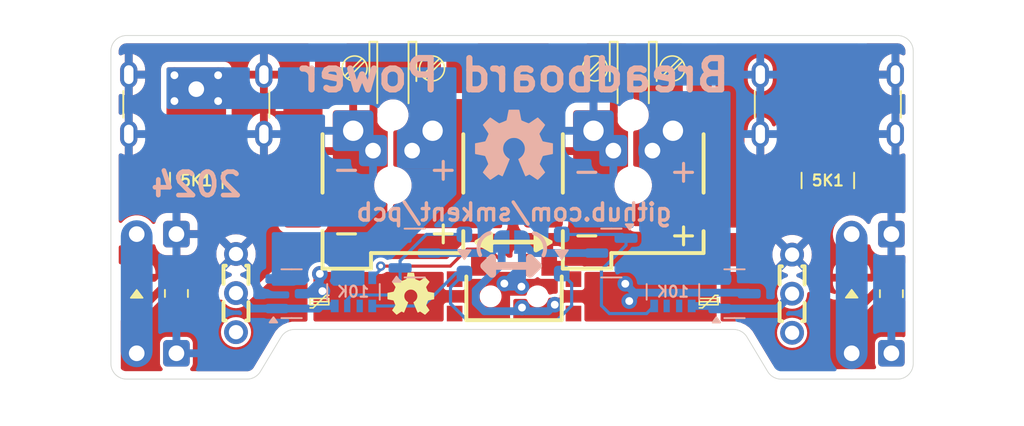
<source format=kicad_pcb>
(kicad_pcb (version 20240108) (generator "pcbnew") (generator_version "8.0")
  (layers (0 "F.Cu" signal) (31 "B.Cu" signal) (34 "B.Paste" user) (35 "F.Paste" user) (36 "B.SilkS" user "B.Silkscreen") (37 "F.SilkS" user "F.Silkscreen") (38 "B.Mask" user) (39 "F.Mask" user) (44 "Edge.Cuts" user))
  (net 0 "")
  (net 1 "GND")
  (net 3 "VOUT_LEFT")
  (net 4 "VOUT_RIGHT")
  (net 5 "Net-(J0-CC2)")
  (net 6 "Net-(J0-CC1)")
  (net 7 "Net-(J4-CC2)")
  (net 8 "Net-(J4-CC1)")
  (net 10 "Net-(Q1-G)")
  (net 12 "Net-(Q2-G)")
  (net 14 "VIN_LEFT")
  (net 15 "VIN_RIGHT")
  (net 16 "Net-(D1-A)")
  (net 17 "Net-(D1-K)")
  (net 18 "Net-(D2-A)")
  (net 20 "Net-(D3-A)")
  (net 21 "Net-(D4-A)")
  (net 32 "Net-(RN3A-R1.2)")
  (net 34 "VOUT_LEFT_FUSE")
  (net 35 "VOUT_RIGHT_FUSE")
  (footprint "custom:Conn_Combo_DC-050_TerminalBlock_JST-XH-2P-horizontal-TH-or-SMD_compact" (layer "F.Cu") (at 196.723 84.83)
    (property "Reference" "J1" (hide yes))
    (property "Value" "Barrel_Jack_Switch")
    (pad "" np_thru_hole circle (at 0 -3.55 270) (size 1.5 1.5) (drill 1.5) (layers "F&B.Cu" "*.Mask"))
    (pad "" np_thru_hole circle (at 0 0.95 270) (size 1.9 1.9) (drill 1.9) (layers "F&B.Cu" "*.Mask"))
    (pad "1" smd custom (at 1.23 -1.27) (size 1.4 2) (layers "F.Cu" "F.Paste" "F.Mask") (net 14 "VIN_LEFT") (options (clearance outline) (anchor rect)) (primitives (gr_poly (pts (xy -0.134212 -2.164434) (xy -0.130987 -2.19653) (xy -0.129402 -2.278056) (xy -0.129364 -2.281944) (arc (start -0.129364 -2.38) (mid -0.070786 -2.521423) (end 0.070636 -2.58)) (arc (start 2.41 -2.58) (mid 2.551421 -2.521421) (end 2.61 -2.38)) (arc (start 2.61 2.97) (mid 2.551421 3.111421) (end 2.41 3.17)) (arc (start 0.21 3.17) (mid 0.068579 3.111421) (end 0.01 2.97)) (xy 0.01 2.221795) (xy 0.009968 2.218205) (xy 0.008448 2.133555) (xy 0.00584 2.104752) (xy -0.021869 1.935932) (xy -0.029722 1.904393) (xy -0.083832 1.744002) (xy -0.096689 1.714152) (xy -0.176064 1.564641) (xy -0.193586 1.537268) (xy -0.296127 1.40259) (xy -0.317853 1.378416) (xy -0.440856 1.262124) (xy -0.466209 1.241788) (xy -0.606423 1.146954) (xy -0.634735 1.130993) (xy -0.790096 1.059367) (xy -0.81717 1.049188) (xy -0.900085 1.024694) (xy -0.9 -1.23) (xy -0.820855 -1.256576) (xy -0.791206 -1.269275) (xy -0.645287 -1.346248) (xy -0.614983 -1.365923) (xy -0.486833 -1.466682) (xy -0.460565 -1.491487) (xy -0.352634 -1.613657) (xy -0.331256 -1.642786) (xy -0.247067 -1.782381) (xy -0.231278 -1.814879) (xy -0.173578 -1.967343) (xy -0.163894 -2.002151)) (width 0) (fill yes))))
    (pad "1" thru_hole oval (at 1.23 -1.27 180) (size 1.8 2) (drill 1) (layers "*.Cu" "*.Mask") (net 14 "VIN_LEFT"))
    (pad "1" thru_hole circle (at 2.54 -2.54) (size 2.6 2.6) (drill 1.3) (layers "*.Cu" "*.Mask") (net 14 "VIN_LEFT"))
    (pad "1" smd roundrect (at 5.75 -3.55 270) (size 2 2.5) (layers "F.Cu" "F.Paste" "F.Mask") (roundrect_rratio 0.125) (net 14 "VIN_LEFT"))
    (pad "1" smd roundrect (at 5.75 2.65 270) (size 2 2.5) (layers "F.Cu" "F.Paste" "F.Mask") (roundrect_rratio 0.125) (net 14 "VIN_LEFT"))
    (pad "2" smd roundrect (at -5.75 -3.55 270) (size 2 2.5) (layers "F.Cu" "F.Paste" "F.Mask") (roundrect_rratio 0.125) (net 1 "GND"))
    (pad "2" thru_hole roundrect (at -2.54 -2.54) (size 2.6 2.6) (drill 1.3) (layers "*.Cu" "*.Mask") (roundrect_rratio 0.09615384615) (net 1 "GND"))
    (pad "2" thru_hole roundrect (at -1.27 -1.27 180) (size 1.8 2) (drill 1) (layers "*.Cu" "*.Mask") (roundrect_rratio 0.1388888889) (net 1 "GND"))
    (pad "2" smd custom (at -1.24 -1.24) (size 1.4 2) (layers "F.Cu" "F.Paste" "F.Mask") (net 1 "GND") (options (clearance outline) (anchor rect)) (primitives (gr_poly (pts (xy 0.144212 -2.194434) (xy 0.140987 -2.22653) (xy 0.139402 -2.308056) (xy 0.139364 -2.311944) (arc (start 0.139364 -2.41) (mid 0.080786 -2.551423) (end -0.060636 -2.61)) (arc (start -2.4 -2.61) (mid -2.541421 -2.551421) (end -2.6 -2.41)) (arc (start -2.6 2.94) (mid -2.541421 3.081421) (end -2.4 3.14)) (arc (start -0.2 3.14) (mid -0.058579 3.081421) (end 0 2.94)) (xy 0 2.191795) (xy 0.000032 2.188205) (xy 0.001552 2.103555) (xy 0.00416 2.074752) (xy 0.031869 1.905932) (xy 0.039722 1.874393) (xy 0.093832 1.714002) (xy 0.106689 1.684152) (xy 0.186064 1.534641) (xy 0.203586 1.507268) (xy 0.306127 1.37259) (xy 0.327853 1.348416) (xy 0.450856 1.232124) (xy 0.476209 1.211788) (xy 0.616423 1.116954) (xy 0.644735 1.100993) (xy 0.800096 1.029367) (xy 0.82717 1.019188) (xy 0.910085 0.994694) (xy 0.91 -1.26) (xy 0.830855 -1.286576) (xy 0.801206 -1.299275) (xy 0.655287 -1.376248) (xy 0.624983 -1.395923) (xy 0.496833 -1.496682) (xy 0.470565 -1.521487) (xy 0.362634 -1.643657) (xy 0.341256 -1.672786) (xy 0.257067 -1.812381) (xy 0.241278 -1.844879) (xy 0.183578 -1.997343) (xy 0.173894 -2.032151)) (width 0) (fill yes))))
    (pad "3" smd roundrect (at -5.75 2.65 270) (size 2 2.5) (layers "F.Cu" "F.Paste" "F.Mask") (roundrect_rratio 0.125))
    (pad "4" smd roundrect (at -4.18 -6.5) (size 1.6 3.1) (layers "F.Cu" "F.Paste" "F.Mask") (roundrect_rratio 0.15625))
    (pad "5" smd roundrect (at 4.22 -6.5) (size 1.6 3.1) (layers "F.Cu" "F.Paste" "F.Mask") (roundrect_rratio 0.15625))
  )
  (footprint "Resistor_SMD:R_Array_Convex_4x0603" (layer "F.Cu") (at 224.536 85.471 -90)
    (property "Reference" "RN2" (hide yes))
    (property "Value" "5K1")
    (pad "1" smd rect (at -0.9 -1.2 270) (size 0.8 0.5) (layers "F.Cu" "F.Paste" "F.Mask"))
    (pad "2" smd rect (at -0.9 -0.4 270) (size 0.8 0.4) (layers "F.Cu" "F.Paste" "F.Mask") (net 8 "Net-(J4-CC1)"))
    (pad "3" smd rect (at -0.9 0.4 270) (size 0.8 0.4) (layers "F.Cu" "F.Paste" "F.Mask") (net 7 "Net-(J4-CC2)"))
    (pad "4" smd rect (at -0.9 1.2 270) (size 0.8 0.5) (layers "F.Cu" "F.Paste" "F.Mask"))
    (pad "5" smd rect (at 0.9 1.2 270) (size 0.8 0.5) (layers "F.Cu" "F.Paste" "F.Mask"))
    (pad "6" smd rect (at 0.9 0.4 270) (size 0.8 0.4) (layers "F.Cu" "F.Paste" "F.Mask") (net 1 "GND"))
    (pad "7" smd rect (at 0.9 -0.4 270) (size 0.8 0.4) (layers "F.Cu" "F.Paste" "F.Mask") (net 1 "GND"))
    (pad "8" smd rect (at 0.9 -1.2 270) (size 0.8 0.5) (layers "F.Cu" "F.Paste" "F.Mask"))
  )
  (footprint "lcsc:SW-SMD_3P-P1.50_L2.7-W6.6" (layer "F.Cu") (at 204.47 92.42)
    (property "Reference" "SW3" (hide yes))
    (property "Value" "SW_SPDT")
    (pad "" np_thru_hole circle (at -1.5 0.46) (size 0.9 0.9) (drill 0.9) (layers "F&B.Cu" "*.Mask"))
    (pad "" np_thru_hole circle (at 1.5 0.46) (size 0.9 0.9) (drill 0.9) (layers "F&B.Cu" "*.Mask"))
    (pad "0" smd rect (at -3.8 -0.64) (size 1 1) (layers "F.Cu" "F.Paste" "F.Mask"))
    (pad "0" smd rect (at -3.8 1.56) (size 1 1) (layers "F.Cu" "F.Paste" "F.Mask"))
    (pad "0" smd rect (at 3.8 -0.64) (size 1 1) (layers "F.Cu" "F.Paste" "F.Mask"))
    (pad "0" smd rect (at 3.8 1.56) (size 1 1) (layers "F.Cu" "F.Paste" "F.Mask"))
    (pad "1" smd rect (at -2.25 -1.56) (size 1 1.4) (layers "F.Cu" "F.Paste" "F.Mask"))
    (pad "2" smd rect (at 0.75 -1.56) (size 1 1.4) (layers "F.Cu" "F.Paste" "F.Mask") (net 32 "Net-(RN3A-R1.2)"))
    (pad "3" smd rect (at 2.25 -1.56) (size 1 1.4) (layers "F.Cu" "F.Paste" "F.Mask") (net 1 "GND"))
  )
  (footprint "custom:LED_0805_2012Metric_Pad1.15x1.40mm_HandSolder_simple" (layer "F.Cu") (at 180.34 92.719 -90)
    (property "Reference" "D3" (hide yes))
    (property "Value" "LED")
    (pad "1" smd roundrect (at -1.025 0 270) (size 1.15 1.4) (layers "F.Cu" "F.Paste" "F.Mask") (roundrect_rratio 0.217391) (net 1 "GND"))
    (pad "2" smd roundrect (at 1.025 0 270) (size 1.15 1.4) (layers "F.Cu" "F.Paste" "F.Mask") (roundrect_rratio 0.217391) (net 20 "Net-(D3-A)"))
  )
  (footprint "graphics:oshw-logo-3mm" (layer "F.Cu") (at 197.866 92.71)
    (property "Reference" "G***" (hide yes))
    (property "Value" "LOGO" (hide yes))
  )
  (footprint "custom:Conn_Combo_DC-050_TerminalBlock_JST-XH-2P-horizontal-TH-or-SMD_compact" (layer "F.Cu") (at 212.09 84.83)
    (property "Reference" "J2" (hide yes))
    (property "Value" "Barrel_Jack_Switch")
    (pad "" np_thru_hole circle (at 0 -3.55 270) (size 1.5 1.5) (drill 1.5) (layers "F&B.Cu" "*.Mask"))
    (pad "" np_thru_hole circle (at 0 0.95 270) (size 1.9 1.9) (drill 1.9) (layers "F&B.Cu" "*.Mask"))
    (pad "1" smd custom (at 1.23 -1.27) (size 1.4 2) (layers "F.Cu" "F.Paste" "F.Mask") (net 15 "VIN_RIGHT") (options (clearance outline) (anchor rect)) (primitives (gr_poly (pts (xy -0.134212 -2.164434) (xy -0.130987 -2.19653) (xy -0.129402 -2.278056) (xy -0.129364 -2.281944) (arc (start -0.129364 -2.38) (mid -0.070786 -2.521423) (end 0.070636 -2.58)) (arc (start 2.41 -2.58) (mid 2.551421 -2.521421) (end 2.61 -2.38)) (arc (start 2.61 2.97) (mid 2.551421 3.111421) (end 2.41 3.17)) (arc (start 0.21 3.17) (mid 0.068579 3.111421) (end 0.01 2.97)) (xy 0.01 2.221795) (xy 0.009968 2.218205) (xy 0.008448 2.133555) (xy 0.00584 2.104752) (xy -0.021869 1.935932) (xy -0.029722 1.904393) (xy -0.083832 1.744002) (xy -0.096689 1.714152) (xy -0.176064 1.564641) (xy -0.193586 1.537268) (xy -0.296127 1.40259) (xy -0.317853 1.378416) (xy -0.440856 1.262124) (xy -0.466209 1.241788) (xy -0.606423 1.146954) (xy -0.634735 1.130993) (xy -0.790096 1.059367) (xy -0.81717 1.049188) (xy -0.900085 1.024694) (xy -0.9 -1.23) (xy -0.820855 -1.256576) (xy -0.791206 -1.269275) (xy -0.645287 -1.346248) (xy -0.614983 -1.365923) (xy -0.486833 -1.466682) (xy -0.460565 -1.491487) (xy -0.352634 -1.613657) (xy -0.331256 -1.642786) (xy -0.247067 -1.782381) (xy -0.231278 -1.814879) (xy -0.173578 -1.967343) (xy -0.163894 -2.002151)) (width 0) (fill yes))))
    (pad "1" thru_hole oval (at 1.23 -1.27 180) (size 1.8 2) (drill 1) (layers "*.Cu" "*.Mask") (net 15 "VIN_RIGHT"))
    (pad "1" thru_hole circle (at 2.54 -2.54) (size 2.6 2.6) (drill 1.3) (layers "*.Cu" "*.Mask") (net 15 "VIN_RIGHT"))
    (pad "1" smd roundrect (at 5.75 -3.55 270) (size 2 2.5) (layers "F.Cu" "F.Paste" "F.Mask") (roundrect_rratio 0.125) (net 15 "VIN_RIGHT"))
    (pad "1" smd roundrect (at 5.75 2.65 270) (size 2 2.5) (layers "F.Cu" "F.Paste" "F.Mask") (roundrect_rratio 0.125) (net 15 "VIN_RIGHT"))
    (pad "2" smd roundrect (at -5.75 -3.55 270) (size 2 2.5) (layers "F.Cu" "F.Paste" "F.Mask") (roundrect_rratio 0.125) (net 1 "GND"))
    (pad "2" thru_hole roundrect (at -2.54 -2.54) (size 2.6 2.6) (drill 1.3) (layers "*.Cu" "*.Mask") (roundrect_rratio 0.09615384615) (net 1 "GND"))
    (pad "2" thru_hole roundrect (at -1.27 -1.27 180) (size 1.8 2) (drill 1) (layers "*.Cu" "*.Mask") (roundrect_rratio 0.1388888889) (net 1 "GND"))
    (pad "2" smd custom (at -1.24 -1.24) (size 1.4 2) (layers "F.Cu" "F.Paste" "F.Mask") (net 1 "GND") (options (clearance outline) (anchor rect)) (primitives (gr_poly (pts (xy 0.144212 -2.194434) (xy 0.140987 -2.22653) (xy 0.139402 -2.308056) (xy 0.139364 -2.311944) (arc (start 0.139364 -2.41) (mid 0.080786 -2.551423) (end -0.060636 -2.61)) (arc (start -2.4 -2.61) (mid -2.541421 -2.551421) (end -2.6 -2.41)) (arc (start -2.6 2.94) (mid -2.541421 3.081421) (end -2.4 3.14)) (arc (start -0.2 3.14) (mid -0.058579 3.081421) (end 0 2.94)) (xy 0 2.191795) (xy 0.000032 2.188205) (xy 0.001552 2.103555) (xy 0.00416 2.074752) (xy 0.031869 1.905932) (xy 0.039722 1.874393) (xy 0.093832 1.714002) (xy 0.106689 1.684152) (xy 0.186064 1.534641) (xy 0.203586 1.507268) (xy 0.306127 1.37259) (xy 0.327853 1.348416) (xy 0.450856 1.232124) (xy 0.476209 1.211788) (xy 0.616423 1.116954) (xy 0.644735 1.100993) (xy 0.800096 1.029367) (xy 0.82717 1.019188) (xy 0.910085 0.994694) (xy 0.91 -1.26) (xy 0.830855 -1.286576) (xy 0.801206 -1.299275) (xy 0.655287 -1.376248) (xy 0.624983 -1.395923) (xy 0.496833 -1.496682) (xy 0.470565 -1.521487) (xy 0.362634 -1.643657) (xy 0.341256 -1.672786) (xy 0.257067 -1.812381) (xy 0.241278 -1.844879) (xy 0.183578 -1.997343) (xy 0.173894 -2.032151)) (width 0) (fill yes))))
    (pad "3" smd roundrect (at -5.75 2.65 270) (size 2 2.5) (layers "F.Cu" "F.Paste" "F.Mask") (roundrect_rratio 0.125))
    (pad "4" smd roundrect (at -4.18 -6.5) (size 1.6 3.1) (layers "F.Cu" "F.Paste" "F.Mask") (roundrect_rratio 0.15625))
    (pad "5" smd roundrect (at 4.22 -6.5) (size 1.6 3.1) (layers "F.Cu" "F.Paste" "F.Mask") (roundrect_rratio 0.15625))
  )
  (footprint "custom:LED_0805_2012Metric_Pad1.15x1.40mm_HandSolder_simple" (layer "F.Cu") (at 226.06 92.71 -90)
    (property "Reference" "D4" (hide yes))
    (property "Value" "LED")
    (pad "1" smd roundrect (at -1.025 0 270) (size 1.15 1.4) (layers "F.Cu" "F.Paste" "F.Mask") (roundrect_rratio 0.217391) (net 1 "GND"))
    (pad "2" smd roundrect (at 1.025 0 270) (size 1.15 1.4) (layers "F.Cu" "F.Paste" "F.Mask") (roundrect_rratio 0.217391) (net 21 "Net-(D4-A)"))
  )
  (footprint "custom:SW-TH_DEALON_SS-12D01-GX_simple" (layer "F.Cu") (at 222.25 92.71 90)
    (property "Reference" "SW2" (hide yes))
    (property "Value" "SW_SPDT")
    (pad "1" thru_hole circle (at -2.5 0 90) (size 1.52 1.52) (drill 0.9144) (layers "*.Cu" "*.Mask"))
    (pad "2" thru_hole circle (at 0 0 90) (size 1.52 1.52) (drill 0.9144) (layers "*.Cu" "*.Mask") (net 12 "Net-(Q2-G)"))
    (pad "3" thru_hole circle (at 2.5 0 90) (size 1.52 1.52) (drill 0.9144) (layers "*.Cu" "*.Mask") (net 1 "GND"))
  )
  (footprint "Resistor_SMD:R_0805_2012Metric_Pad1.20x1.40mm_HandSolder" (layer "F.Cu") (at 182.88 92.694 90)
    (property "Reference" "R6" (hide yes))
    (property "Value" "2K2")
    (pad "1" smd roundrect (at -1 0 90) (size 1.2 1.4) (layers "F.Cu" "F.Paste" "F.Mask") (roundrect_rratio 0.208333) (net 3 "VOUT_LEFT"))
    (pad "2" smd roundrect (at 1 0 90) (size 1.2 1.4) (layers "F.Cu" "F.Paste" "F.Mask") (roundrect_rratio 0.208333) (net 20 "Net-(D3-A)"))
  )
  (footprint "custom:Fuse_1206_3216Metric_Pad1.42x1.75mm_HandSolder_simple" (layer "F.Cu") (at 192.024 93.218 180)
    (property "Reference" "F1" (hide yes))
    (property "Value" "Polyfuse")
    (pad "1" smd roundrect (at -1.4875 0 180) (size 1.425 1.75) (layers "F.Cu" "F.Paste" "F.Mask") (roundrect_rratio 0.175439) (net 34 "VOUT_LEFT_FUSE"))
    (pad "2" smd roundrect (at 1.4875 0 180) (size 1.425 1.75) (layers "F.Cu" "F.Paste" "F.Mask") (roundrect_rratio 0.175439) (net 3 "VOUT_LEFT"))
  )
  (footprint "custom:USB_C_Receptacle_GCT_USB4125-xx-x_6P_TopMnt_Horizontal_handsolder" (layer "F.Cu") (at 224.536 79.502 180)
    (property "Reference" "J4" (hide yes))
    (property "Value" "USB_C_Receptacle_PowerOnly_6P")
    (pad "A5" smd roundrect (at -0.5 -3.28 180) (size 0.7 1.6) (layers "F.Cu" "F.Paste" "F.Mask") (net 8 "Net-(J4-CC1)"))
    (pad "A9" smd roundrect (at 1.52 -3.28) (size 0.76 1.6) (layers "F.Cu" "F.Paste" "F.Mask") (net 15 "VIN_RIGHT"))
    (pad "A12" smd roundrect (at 2.75 -3.28) (size 0.8 1.6) (layers "F.Cu" "F.Paste" "F.Mask") (net 1 "GND"))
    (pad "B5" smd roundrect (at 0.5 -3.28) (size 0.7 1.6) (layers "F.Cu" "F.Paste" "F.Mask") (net 7 "Net-(J4-CC2)"))
    (pad "B9" smd roundrect (at -1.52 -3.28 180) (size 0.76 1.6) (layers "F.Cu" "F.Paste" "F.Mask") (net 15 "VIN_RIGHT"))
    (pad "B12" smd roundrect (at -2.75 -3.28 180) (size 0.8 1.6) (layers "F.Cu" "F.Paste" "F.Mask") (net 1 "GND"))
    (pad "S1" thru_hole oval (at -4.32 -3 180) (size 1.1 1.7) (drill oval 0.6 1.2) (layers "*.Cu" "*.Mask" "F.Paste") (net 1 "GND"))
    (pad "S1" thru_hole oval (at -4.32 0.8 180) (size 1.1 1.7) (drill oval 0.6 1.2) (layers "*.Cu" "*.Mask" "F.Paste") (net 1 "GND"))
    (pad "S1" thru_hole oval (at 4.32 -3 180) (size 1.1 1.7) (drill oval 0.6 1.2) (layers "*.Cu" "*.Mask" "F.Paste") (net 1 "GND"))
    (pad "S1" thru_hole oval (at 4.32 0.8 180) (size 1.1 1.7) (drill oval 0.6 1.2) (layers "*.Cu" "*.Mask" "F.Paste") (net 1 "GND"))
  )
  (footprint "Resistor_SMD:R_Array_Convex_4x0603" (layer "F.Cu") (at 184.15 85.471 -90)
    (property "Reference" "RN1" (hide yes))
    (property "Value" "5K1")
    (pad "1" smd rect (at -0.9 -1.2 270) (size 0.8 0.5) (layers "F.Cu" "F.Paste" "F.Mask"))
    (pad "2" smd rect (at -0.9 -0.4 270) (size 0.8 0.4) (layers "F.Cu" "F.Paste" "F.Mask") (net 6 "Net-(J0-CC1)"))
    (pad "3" smd rect (at -0.9 0.4 270) (size 0.8 0.4) (layers "F.Cu" "F.Paste" "F.Mask") (net 5 "Net-(J0-CC2)"))
    (pad "4" smd rect (at -0.9 1.2 270) (size 0.8 0.5) (layers "F.Cu" "F.Paste" "F.Mask"))
    (pad "5" smd rect (at 0.9 1.2 270) (size 0.8 0.5) (layers "F.Cu" "F.Paste" "F.Mask"))
    (pad "6" smd rect (at 0.9 0.4 270) (size 0.8 0.4) (layers "F.Cu" "F.Paste" "F.Mask") (net 1 "GND"))
    (pad "7" smd rect (at 0.9 -0.4 270) (size 0.8 0.4) (layers "F.Cu" "F.Paste" "F.Mask") (net 1 "GND"))
    (pad "8" smd rect (at 0.9 -1.2 270) (size 0.8 0.5) (layers "F.Cu" "F.Paste" "F.Mask"))
  )
  (footprint "custom:SW-TH_DEALON_SS-12D01-GX_simple" (layer "F.Cu") (at 186.69 92.67 90)
    (property "Reference" "SW1" (hide yes))
    (property "Value" "SW_SPDT")
    (pad "1" thru_hole circle (at -2.5 0 90) (size 1.52 1.52) (drill 0.9144) (layers "*.Cu" "*.Mask"))
    (pad "2" thru_hole circle (at 0 0 90) (size 1.52 1.52) (drill 0.9144) (layers "*.Cu" "*.Mask") (net 10 "Net-(Q1-G)"))
    (pad "3" thru_hole circle (at 2.5 0 90) (size 1.52 1.52) (drill 0.9144) (layers "*.Cu" "*.Mask") (net 1 "GND"))
  )
  (footprint "Resistor_SMD:R_0805_2012Metric_Pad1.20x1.40mm_HandSolder" (layer "F.Cu") (at 228.6 92.71 90)
    (property "Reference" "R7" (hide yes))
    (property "Value" "2K2")
    (pad "1" smd roundrect (at -1 0 90) (size 1.2 1.4) (layers "F.Cu" "F.Paste" "F.Mask") (roundrect_rratio 0.208333) (net 4 "VOUT_RIGHT"))
    (pad "2" smd roundrect (at 1 0 90) (size 1.2 1.4) (layers "F.Cu" "F.Paste" "F.Mask") (roundrect_rratio 0.208333) (net 21 "Net-(D4-A)"))
  )
  (footprint "custom:USB_C_Receptacle_GCT_USB4125-xx-x_6P_TopMnt_Horizontal_handsolder" (layer "F.Cu") (at 184.152 79.502 180)
    (property "Reference" "J0" (hide yes))
    (property "Value" "USB_C_Receptacle_PowerOnly_6P")
    (pad "A5" smd roundrect (at -0.5 -3.28 180) (size 0.7 1.6) (layers "F.Cu" "F.Paste" "F.Mask") (net 6 "Net-(J0-CC1)"))
    (pad "A9" smd roundrect (at 1.52 -3.28) (size 0.76 1.6) (layers "F.Cu" "F.Paste" "F.Mask") (net 14 "VIN_LEFT"))
    (pad "A12" smd roundrect (at 2.75 -3.28) (size 0.8 1.6) (layers "F.Cu" "F.Paste" "F.Mask") (net 1 "GND"))
    (pad "B5" smd roundrect (at 0.5 -3.28) (size 0.7 1.6) (layers "F.Cu" "F.Paste" "F.Mask") (net 5 "Net-(J0-CC2)"))
    (pad "B9" smd roundrect (at -1.52 -3.28 180) (size 0.76 1.6) (layers "F.Cu" "F.Paste" "F.Mask") (net 14 "VIN_LEFT"))
    (pad "B12" smd roundrect (at -2.75 -3.28 180) (size 0.8 1.6) (layers "F.Cu" "F.Paste" "F.Mask") (net 1 "GND"))
    (pad "S1" thru_hole oval (at -4.32 -3 180) (size 1.1 1.7) (drill oval 0.6 1.2) (layers "*.Cu" "*.Mask" "F.Paste") (net 1 "GND"))
    (pad "S1" thru_hole oval (at -4.32 0.8 180) (size 1.1 1.7) (drill oval 0.6 1.2) (layers "*.Cu" "*.Mask" "F.Paste") (net 1 "GND"))
    (pad "S1" thru_hole oval (at 4.32 -3 180) (size 1.1 1.7) (drill oval 0.6 1.2) (layers "*.Cu" "*.Mask" "F.Paste") (net 1 "GND"))
    (pad "S1" thru_hole oval (at 4.32 0.8 180) (size 1.1 1.7) (drill oval 0.6 1.2) (layers "*.Cu" "*.Mask" "F.Paste") (net 1 "GND"))
  )
  (footprint "custom:Fuse_1206_3216Metric_Pad1.42x1.75mm_HandSolder_simple" (layer "F.Cu") (at 216.916 93.218)
    (property "Reference" "F2" (hide yes))
    (property "Value" "Polyfuse")
    (pad "1" smd roundrect (at -1.4875 0) (size 1.425 1.75) (layers "F.Cu" "F.Paste" "F.Mask") (roundrect_rratio 0.175439) (net 35 "VOUT_RIGHT_FUSE"))
    (pad "2" smd roundrect (at 1.4875 0) (size 1.425 1.75) (layers "F.Cu" "F.Paste" "F.Mask") (roundrect_rratio 0.175439) (net 4 "VOUT_RIGHT"))
  )
  (footprint "custom:PinHeader_1x02_P2.54mm_Vertical_simple_pad2gnd" (layer "B.Cu") (at 180.34 96.52 -90)
    (property "Reference" "JLEFT1" (hide yes))
    (property "Value" "Conn_01x02")
    (pad "1" thru_hole oval (at 0 0 270) (size 1.7 1.7) (drill 1) (layers "*.Cu" "*.Mask") (net 3 "VOUT_LEFT"))
    (pad "2" thru_hole roundrect (at 0 -2.54 270) (size 1.7 1.7) (drill 1) (layers "*.Cu" "*.Mask") (roundrect_rratio 0.1470588235) (net 1 "GND"))
  )
  (footprint "Package_TO_SOT_SMD:SOT-23" (layer "B.Cu") (at 198.12 90.11)
    (property "Reference" "Q3" (hide yes))
    (property "Value" "AO3401A")
    (pad "1" smd roundrect (at -0.9375 0.95) (size 1.475 0.6) (layers "B.Cu" "B.Paste" "B.Mask") (net 16 "Net-(D1-A)"))
    (pad "2" smd roundrect (at -0.9375 -0.95) (size 1.475 0.6) (layers "B.Cu" "B.Paste" "B.Mask") (net 14 "VIN_LEFT"))
    (pad "3" smd roundrect (at 0.9375 0) (size 1.475 0.6) (layers "B.Cu" "B.Paste" "B.Mask") (net 35 "VOUT_RIGHT_FUSE"))
  )
  (footprint "Package_TO_SOT_SMD:SOT-23" (layer "B.Cu") (at 210.693 90.11 180)
    (property "Reference" "Q4" (hide yes))
    (property "Value" "AO3401A")
    (pad "1" smd roundrect (at -0.9375 0.95 180) (size 1.475 0.6) (layers "B.Cu" "B.Paste" "B.Mask") (net 18 "Net-(D2-A)"))
    (pad "2" smd roundrect (at -0.9375 -0.95 180) (size 1.475 0.6) (layers "B.Cu" "B.Paste" "B.Mask") (net 15 "VIN_RIGHT"))
    (pad "3" smd roundrect (at 0.9375 0 180) (size 1.475 0.6) (layers "B.Cu" "B.Paste" "B.Mask") (net 34 "VOUT_LEFT_FUSE"))
  )
  (footprint "Package_TO_SOT_SMD:SOT-23" (layer "B.Cu") (at 218.567 92.71)
    (property "Reference" "Q2" (hide yes))
    (property "Value" "AO3401A")
    (pad "1" smd roundrect (at -0.9375 0.95) (size 1.475 0.6) (layers "B.Cu" "B.Paste" "B.Mask") (net 12 "Net-(Q2-G)"))
    (pad "2" smd roundrect (at -0.9375 -0.95) (size 1.475 0.6) (layers "B.Cu" "B.Paste" "B.Mask") (net 15 "VIN_RIGHT"))
    (pad "3" smd roundrect (at 0.9375 0) (size 1.475 0.6) (layers "B.Cu" "B.Paste" "B.Mask") (net 35 "VOUT_RIGHT_FUSE"))
  )
  (footprint "custom:PinHeader_1x02_P2.54mm_Vertical_simple_pad2gnd" (layer "B.Cu") (at 180.34 88.9 -90)
    (property "Reference" "JLEFT0" (hide yes))
    (property "Value" "Conn_01x02")
    (pad "1" thru_hole oval (at 0 0 270) (size 1.7 1.7) (drill 1) (layers "*.Cu" "*.Mask") (net 3 "VOUT_LEFT"))
    (pad "2" thru_hole roundrect (at 0 -2.54 270) (size 1.7 1.7) (drill 1) (layers "*.Cu" "*.Mask") (roundrect_rratio 0.1470588235) (net 1 "GND"))
  )
  (footprint "custom:PinHeader_1x02_P2.54mm_Vertical_simple_pad2gnd" (layer "B.Cu") (at 226.06 96.52 -90)
    (property "Reference" "JRIGHT1" (hide yes))
    (property "Value" "Conn_01x02")
    (pad "1" thru_hole oval (at 0 0 270) (size 1.7 1.7) (drill 1) (layers "*.Cu" "*.Mask") (net 4 "VOUT_RIGHT"))
    (pad "2" thru_hole roundrect (at 0 -2.54 270) (size 1.7 1.7) (drill 1) (layers "*.Cu" "*.Mask") (roundrect_rratio 0.1470588235) (net 1 "GND"))
  )
  (footprint "custom:D_SOD-323_HandSoldering_simple" (layer "B.Cu") (at 201.295 90.17 90)
    (property "Reference" "D1" (hide yes))
    (property "Value" "1N4148WS")
    (pad "1" smd roundrect (at -1.25 0 90) (size 1 1) (layers "B.Cu" "B.Paste" "B.Mask") (net 17 "Net-(D1-K)"))
    (pad "2" smd roundrect (at 1.25 0 90) (size 1 1) (layers "B.Cu" "B.Paste" "B.Mask") (net 16 "Net-(D1-A)"))
  )
  (footprint "Resistor_SMD:R_Array_Convex_4x0603" (layer "B.Cu") (at 194.202 92.594 90)
    (property "Reference" "RN3" (hide yes))
    (property "Value" "10K")
    (pad "1" smd rect (at -0.9 1.2 90) (size 0.8 0.5) (layers "B.Cu" "B.Paste" "B.Mask") (net 17 "Net-(D1-K)"))
    (pad "2" smd rect (at -0.9 0.4 90) (size 0.8 0.4) (layers "B.Cu" "B.Paste" "B.Mask"))
    (pad "3" smd rect (at -0.9 -0.4 90) (size 0.8 0.4) (layers "B.Cu" "B.Paste" "B.Mask") (net 16 "Net-(D1-A)"))
    (pad "4" smd rect (at -0.9 -1.2 90) (size 0.8 0.5) (layers "B.Cu" "B.Paste" "B.Mask") (net 10 "Net-(Q1-G)"))
    (pad "5" smd rect (at 0.9 -1.2 90) (size 0.8 0.5) (layers "B.Cu" "B.Paste" "B.Mask") (net 14 "VIN_LEFT"))
    (pad "6" smd rect (at 0.9 -0.4 90) (size 0.8 0.4) (layers "B.Cu" "B.Paste" "B.Mask") (net 14 "VIN_LEFT"))
    (pad "7" smd rect (at 0.9 0.4 90) (size 0.8 0.4) (layers "B.Cu" "B.Paste" "B.Mask") (net 14 "VIN_LEFT"))
    (pad "8" smd rect (at 0.9 1.2 90) (size 0.8 0.5) (layers "B.Cu" "B.Paste" "B.Mask") (net 32 "Net-(RN3A-R1.2)"))
  )
  (footprint "graphics:oshw-logo-5mm" (layer "B.Cu") (at 204.47 83.185 180)
    (property "Reference" "G***" (hide yes))
    (property "Value" "LOGO" (hide yes))
  )
  (footprint "custom:PinHeader_1x02_P2.54mm_Vertical_simple_pad2gnd" (layer "B.Cu") (at 226.06 88.9 -90)
    (property "Reference" "JRIGHT0" (hide yes))
    (property "Value" "Conn_01x02")
    (pad "1" thru_hole oval (at 0 0 270) (size 1.7 1.7) (drill 1) (layers "*.Cu" "*.Mask") (net 4 "VOUT_RIGHT"))
    (pad "2" thru_hole roundrect (at 0 -2.54 270) (size 1.7 1.7) (drill 1) (layers "*.Cu" "*.Mask") (roundrect_rratio 0.1470588235) (net 1 "GND"))
  )
  (footprint "Resistor_SMD:R_Array_Convex_4x0603" (layer "B.Cu") (at 214.63 92.594 -90)
    (property "Reference" "RN4" (hide yes))
    (property "Value" "10K")
    (pad "1" smd rect (at -0.9 1.2 270) (size 0.8 0.5) (layers "B.Cu" "B.Paste" "B.Mask") (net 15 "VIN_RIGHT"))
    (pad "2" smd rect (at -0.9 0.4 270) (size 0.8 0.4) (layers "B.Cu" "B.Paste" "B.Mask") (net 15 "VIN_RIGHT"))
    (pad "3" smd rect (at -0.9 -0.4 270) (size 0.8 0.4) (layers "B.Cu" "B.Paste" "B.Mask") (net 15 "VIN_RIGHT"))
    (pad "4" smd rect (at -0.9 -1.2 270) (size 0.8 0.5) (layers "B.Cu" "B.Paste" "B.Mask") (net 15 "VIN_RIGHT"))
    (pad "5" smd rect (at 0.9 -1.2 270) (size 0.8 0.5) (layers "B.Cu" "B.Paste" "B.Mask") (net 12 "Net-(Q2-G)"))
    (pad "6" smd rect (at 0.9 -0.4 270) (size 0.8 0.4) (layers "B.Cu" "B.Paste" "B.Mask"))
    (pad "7" smd rect (at 0.9 0.4 270) (size 0.8 0.4) (layers "B.Cu" "B.Paste" "B.Mask"))
    (pad "8" smd rect (at 0.9 1.2 270) (size 0.8 0.5) (layers "B.Cu" "B.Paste" "B.Mask") (net 18 "Net-(D2-A)"))
  )
  (footprint "custom:D_SOD-323_HandSoldering_simple" (layer "B.Cu") (at 207.518 90.17 90)
    (property "Reference" "D2" (hide yes))
    (property "Value" "1N4148WS")
    (pad "1" smd roundrect (at -1.25 0 90) (size 1 1) (layers "B.Cu" "B.Paste" "B.Mask") (net 17 "Net-(D1-K)"))
    (pad "2" smd roundrect (at 1.25 0 90) (size 1 1) (layers "B.Cu" "B.Paste" "B.Mask") (net 18 "Net-(D2-A)"))
  )
  (footprint "Package_TO_SOT_SMD:SOT-23" (layer "B.Cu") (at 190.246 92.71)
    (property "Reference" "Q1" (hide yes))
    (property "Value" "AO3401A")
    (pad "1" smd roundrect (at -0.9375 0.95) (size 1.475 0.6) (layers "B.Cu" "B.Paste" "B.Mask") (net 10 "Net-(Q1-G)"))
    (pad "2" smd roundrect (at -0.9375 -0.95) (size 1.475 0.6) (layers "B.Cu" "B.Paste" "B.Mask") (net 14 "VIN_LEFT"))
    (pad "3" smd roundrect (at 0.9375 0) (size 1.475 0.6) (layers "B.Cu" "B.Paste" "B.Mask") (net 34 "VOUT_LEFT_FUSE"))
  )
  (footprint "custom:SolderJumper-2_P1.3mm_Open_RoundedPad1.0x1.5mm_simple" (layer "B.Cu") (at 204.328 89.408)
    (property "Reference" "JP1" (hide yes))
    (property "Value" "SolderJumper_2_Open")
    (pad "1" smd custom (at -0.65 0) (size 1 0.5) (layers "B.Cu" "B.Mask") (net 35 "VOUT_RIGHT_FUSE") (options (clearance outline) (anchor rect)) (primitives (gr_circle (center 0 -0.25) (end 0.5 -0.25) (width 0) (fill yes)) (gr_circle (center 0 0.25) (end 0.5 0.25) (width 0) (fill yes)) (gr_poly (pts (xy 0.5 -0.75) (xy 0 -0.75) (xy 0 0.75) (xy 0.5 0.75)) (width 0) (fill yes))))
    (pad "2" smd custom (at 0.65 0) (size 1 0.5) (layers "B.Cu" "B.Mask") (net 34 "VOUT_LEFT_FUSE") (options (clearance outline) (anchor rect)) (primitives (gr_circle (center 0 -0.25) (end 0.5 -0.25) (width 0) (fill yes)) (gr_circle (center 0 0.25) (end 0.5 0.25) (width 0) (fill yes)) (gr_poly (pts (xy 0 -0.75) (xy -0.5 -0.75) (xy -0.5 0.75) (xy 0 0.75)) (width 0) (fill yes))))
  )
  (gr_arc (start 202.304555 90.238827) (mid 202.280567 89.390492) (end 202.91605 88.827991) (stroke (width 0.25)) (layer "B.SilkS"))
  (gr_arc (start 205.739517 88.845499) (mid 206.375 89.408) (end 206.351012 90.256335) (stroke (width 0.25)) (layer "B.SilkS"))
  (gr_line (start 202.692 90.932) (end 205.994 90.932) (stroke (width 0.5)) (layer "B.SilkS"))
  (gr_poly (pts (xy 205.486 90.424) (xy 205.994 90.932) (xy 205.486 91.44)) (stroke (width 0.5)) (fill solid) (layer "B.SilkS"))
  (gr_poly (pts (xy 203.073 90.424) (xy 202.565 90.932) (xy 203.073 91.44)) (stroke (width 0.5)) (fill solid) (layer "B.SilkS"))
  (gr_poly (pts (xy 205.867 88.9) (xy 206.756 89.408) (xy 205.867 89.916)) (stroke (width 0.3)) (fill solid) (layer "F.SilkS"))
  (gr_line (start 202.091394 89.408) (end 206.756 89.408) (stroke (width 0.3)) (layer "F.SilkS"))
  (gr_poly (pts (xy 202.980394 88.9) (xy 202.091394 89.408) (xy 202.980394 89.916)) (stroke (width 0.3)) (fill solid) (layer "F.SilkS"))
  (gr_poly (pts (arc (start 187.39381 98.171) (mid 187.886509 98.041199) (end 188.251303 97.685495)) (arc (start 189.573697 95.481504) (mid 189.938491 95.1258) (end 190.43119 94.996)) (arc (start 218.50881 94.996) (mid 219.001509 95.1258) (end 219.366303 95.481504)) (arc (start 220.688697 97.685495) (mid 221.053491 98.0412) (end 221.54619 98.171)) (arc (start 228.997 98.171) (mid 229.704107 97.878107) (end 229.997 97.171)) (arc (start 229.997 77.2) (mid 229.704107 76.492893) (end 228.997 76.2)) (arc (start 179.689 76.2) (mid 178.981893 76.492893) (end 178.689 77.2)) (arc (start 178.689 97.171) (mid 178.981893 97.878107) (end 179.689 98.171))) (stroke (width 0.05)) (fill none) (layer "Edge.Cuts"))
  (gr_text "10K" (at 214.63 92.583 0) (layer "B.SilkS") (effects (font (size 0.7 0.7) (thickness 0.14) (bold yes)) (justify mirror)))
  (gr_text "-" (at 210.185 84.836 0) (layer "B.SilkS") (effects (font (size 1.5 1.5) (thickness 0.2) (bold yes)) (justify left mirror)))
  (gr_text "+" (at 198.882 84.709 0) (layer "B.SilkS") (effects (font (size 1.5 1.5) (thickness 0.2) (bold yes)) (justify right mirror)))
  (gr_text "10K" (at 194.183 92.583 0) (layer "B.SilkS") (effects (font (size 0.7 0.7) (thickness 0.14) (bold yes)) (justify mirror)))
  (gr_text "2024" (at 184.15 85.725 0) (layer "B.SilkS") (effects (font (size 1.5 1.5) (thickness 0.3) (bold yes)) (justify mirror)))
  (gr_text "Breadboard Power" (at 204.47 78.74 0) (layer "B.SilkS") (effects (font (size 2 2) (thickness 0.4) (bold yes)) (justify mirror)))
  (gr_text "+" (at 214.249 84.836 0) (layer "B.SilkS") (effects (font (size 1.5 1.5) (thickness 0.2) (bold yes)) (justify right mirror)))
  (gr_text "github.com/smkent/pcb" (at 204.47 87.503 0) (layer "B.SilkS") (effects (font (size 1.1 1.1) (thickness 0.22) (bold yes)) (justify mirror)))
  (gr_text "-" (at 194.818 84.709 0) (layer "B.SilkS") (effects (font (size 1.5 1.5) (thickness 0.2) (bold yes)) (justify left mirror)))
  (gr_text "-" (at 210.185 88.9 0) (layer "F.SilkS") (effects (font (size 1.5 1.5) (thickness 0.2) (bold yes)) (justify right)))
  (gr_text "+" (at 198.882 88.773 0) (layer "F.SilkS") (effects (font (size 1.5 1.5) (thickness 0.2) (bold yes)) (justify left)))
  (gr_text "5K1" (at 184.15 85.471 0) (layer "F.SilkS") (effects (font (size 0.7 0.7) (thickness 0.14) (bold yes))))
  (gr_text "-" (at 194.818 88.773 0) (layer "F.SilkS") (effects (font (size 1.5 1.5) (thickness 0.2) (bold yes)) (justify right)))
  (gr_text "+" (at 214.249 88.9 0) (layer "F.SilkS") (effects (font (size 1.5 1.5) (thickness 0.2) (bold yes)) (justify left)))
  (gr_text "5K1" (at 224.536 85.471 0) (layer "F.SilkS") (effects (font (size 0.7 0.7) (thickness 0.14) (bold yes))))
  (segment (start 183.75 84.571) (end 183.652 84.473) (width 0.2) (layer "F.Cu") (net 5))
  (segment (start 183.652 84.473) (end 183.652 82.82) (width 0.2) (layer "F.Cu") (net 5))
  (segment (start 184.55 84.571) (end 184.55 82.884) (width 0.2) (layer "F.Cu") (net 6))
  (segment (start 184.652 82.782) (end 184.652 82.82) (width 0.2) (layer "F.Cu") (net 6))
  (segment (start 184.55 82.884) (end 184.652 82.782) (width 0.2) (layer "F.Cu") (net 6))
  (segment (start 224.136 84.571) (end 224.136 82.882) (width 0.2) (layer "F.Cu") (net 7))
  (segment (start 224.136 82.882) (end 224.036 82.782) (width 0.2) (layer "F.Cu") (net 7))
  (segment (start 224.936 82.882) (end 225.036 82.782) (width 0.2) (layer "F.Cu") (net 8))
  (segment (start 224.936 84.571) (end 224.936 82.882) (width 0.2) (layer "F.Cu") (net 8))
  (segment (start 192.129 93.494) (end 191.963 93.66) (width 0.5) (layer "B.Cu") (net 10))
  (segment (start 187.68 93.66) (end 186.69 92.67) (width 0.5) (layer "B.Cu") (net 10))
  (segment (start 189.3085 93.66) (end 187.68 93.66) (width 0.5) (layer "B.Cu") (net 10))
  (segment (start 191.963 93.66) (end 189.3085 93.66) (width 0.5) (layer "B.Cu") (net 10))
  (segment (start 193.002 93.494) (end 192.129 93.494) (width 0.5) (layer "B.Cu") (net 10))
  (segment (start 217.6295 93.66) (end 221.3 93.66) (width 0.5) (layer "B.Cu") (net 12))
  (segment (start 217.4635 93.494) (end 217.6295 93.66) (width 0.5) (layer "B.Cu") (net 12))
  (segment (start 215.83 93.494) (end 217.4635 93.494) (width 0.5) (layer "B.Cu") (net 12))
  (segment (start 221.3 93.66) (end 222.25 92.71) (width 0.5) (layer "B.Cu") (net 12))
  (segment (start 183.16149 81.407) (end 185.14251 81.407) (width 0.75) (layer "F.Cu") (net 14))
  (segment (start 182.632 81.93649) (end 183.16149 81.407) (width 0.75) (layer "F.Cu") (net 14))
  (segment (start 185.672 81.93649) (end 185.672 82.782) (width 0.75) (layer "F.Cu") (net 14))
  (segment (start 185.14251 81.407) (end 185.672 81.93649) (width 0.75) (layer "F.Cu") (net 14))
  (segment (start 185.672 82.148442) (end 185.672 82.82) (width 0.75) (layer "F.Cu") (net 14))
  (segment (start 182.632 82.782) (end 182.632 81.93649) (width 0.75) (layer "F.Cu") (net 14))
  (via (at 182.753 78.74) (size 1) (drill 0.5) (layers "F.Cu" "B.Cu") (net 14))
  (via (at 185.547 78.74) (size 1) (drill 0.5) (layers "F.Cu" "B.Cu") (net 14))
  (via (at 184.15 79.629) (size 2) (drill 1) (layers "F.Cu" "B.Cu") (net 14))
  (via (at 185.547 80.391) (size 1) (drill 0.5) (layers "F.Cu" "B.Cu") (net 14))
  (via (at 182.753 80.391) (size 1) (drill 0.5) (layers "F.Cu" "B.Cu") (net 14))
  (segment (start 223.016 82.782) (end 223.016 81.93649) (width 0.75) (layer "F.Cu") (net 15))
  (segment (start 226.056 81.93649) (end 226.056 82.782) (width 0.75) (layer "F.Cu") (net 15))
  (segment (start 225.52651 81.407) (end 226.056 81.93649) (width 0.75) (layer "F.Cu") (net 15))
  (segment (start 223.54549 81.407) (end 225.52651 81.407) (width 0.75) (layer "F.Cu") (net 15))
  (segment (start 223.016 81.93649) (end 223.54549 81.407) (width 0.75) (layer "F.Cu") (net 15))
  (segment (start 193.802 93.494) (end 193.802 93.094) (width 0.2) (layer "B.Cu") (net 16))
  (segment (start 196.766 92.794) (end 197.1825 92.3775) (width 0.2) (layer "B.Cu") (net 16))
  (segment (start 197.1825 90.606948) (end 198.869448 88.92) (width 0.2) (layer "B.Cu") (net 16))
  (segment (start 197.1825 92.3775) (end 197.1825 91.06) (width 0.2) (layer "B.Cu") (net 16))
  (segment (start 198.869448 88.92) (end 201.295 88.92) (width 0.2) (layer "B.Cu") (net 16))
  (segment (start 194.102 92.794) (end 196.766 92.794) (width 0.2) (layer "B.Cu") (net 16))
  (segment (start 197.1825 91.06) (end 197.1825 90.606948) (width 0.2) (layer "B.Cu") (net 16))
  (segment (start 193.802 93.094) (end 194.102 92.794) (width 0.2) (layer "B.Cu") (net 16))
  (segment (start 201.457 94.396) (end 200.406 93.345) (width 0.2) (layer "B.Cu") (net 17))
  (segment (start 208.153 92.055) (end 208.153 93.472) (width 0.2) (layer "B.Cu") (net 17))
  (segment (start 195.402 93.494) (end 198.663686 93.494) (width 0.2) (layer "B.Cu") (net 17))
  (segment (start 207.229 94.396) (end 201.457 94.396) (width 0.2) (layer "B.Cu") (net 17))
  (segment (start 200.406 92.309) (end 201.295 91.42) (width 0.2) (layer "B.Cu") (net 17))
  (segment (start 200.406 93.345) (end 200.406 92.309) (width 0.2) (layer "B.Cu") (net 17))
  (segment (start 208.153 93.472) (end 207.229 94.396) (width 0.2) (layer "B.Cu") (net 17))
  (segment (start 207.518 91.42) (end 208.153 92.055) (width 0.2) (layer "B.Cu") (net 17))
  (segment (start 200.737686 91.42) (end 201.295 91.42) (width 0.2) (layer "B.Cu") (net 17))
  (segment (start 198.663686 93.494) (end 200.737686 91.42) (width 0.2) (layer "B.Cu") (net 17))
  (segment (start 210.058 93.472) (end 210.058 91.186) (width 0.2) (layer "B.Cu") (net 18))
  (segment (start 211.6305 89.6135) (end 211.6305 89.16) (width 0.2) (layer "B.Cu") (net 18))
  (segment (start 210.058 91.186) (end 211.6305 89.6135) (width 0.2) (layer "B.Cu") (net 18))
  (segment (start 212.944 93.98) (end 210.566 93.98) (width 0.2) (layer "B.Cu") (net 18))
  (segment (start 213.43 93.494) (end 212.944 93.98) (width 0.2) (layer "B.Cu") (net 18))
  (segment (start 207.518 88.92) (end 211.3905 88.92) (width 0.2) (layer "B.Cu") (net 18))
  (segment (start 210.566 93.98) (end 210.058 93.472) (width 0.2) (layer "B.Cu") (net 18))
  (segment (start 211.3905 88.92) (end 211.6305 89.16) (width 0.2) (layer "B.Cu") (net 18))
  (segment (start 182.88 91.694) (end 182.626 91.694) (width 0.5) (layer "F.Cu") (net 20))
  (segment (start 180.576 93.744) (end 180.34 93.744) (width 0.5) (layer "F.Cu") (net 20))
  (segment (start 182.626 91.694) (end 180.576 93.744) (width 0.5) (layer "F.Cu") (net 20))
  (segment (start 226.4365 93.735) (end 226.06 93.735) (width 0.5) (layer "F.Cu") (net 21))
  (segment (start 228.6 91.71) (end 228.4615 91.71) (width 0.5) (layer "F.Cu") (net 21))
  (segment (start 228.4615 91.71) (end 226.4365 93.735) (width 0.5) (layer "F.Cu") (net 21))
  (segment (start 195.945 90.94646) (end 200.39154 90.94646) (width 0.2) (layer "F.Cu") (net 32))
  (segment (start 203.89 90.86) (end 205.22 90.86) (width 0.2) (layer "F.Cu") (net 32))
  (segment (start 200.39154 90.94646) (end 201.478 89.86) (width 0.2) (layer "F.Cu") (net 32))
  (segment (start 201.478 89.86) (end 202.89 89.86) (width 0.2) (layer "F.Cu") (net 32))
  (segment (start 202.89 89.86) (end 203.89 90.86) (width 0.2) (layer "F.Cu") (net 32))
  (via (at 195.945 90.94646) (size 0.6) (drill 0.3) (layers "F.Cu" "B.Cu") (net 32))
  (segment (start 195.945 91.151) (end 195.402 91.694) (width 0.2) (layer "B.Cu") (net 32))
  (segment (start 195.945 90.94646) (end 195.945 91.151) (width 0.2) (layer "B.Cu") (net 32))
  (segment (start 192.88981 93.218) (end 193.5115 93.218) (width 0.5) (layer "F.Cu") (net 34))
  (segment (start 192.532 93.218) (end 193.5115 93.218) (width 0.5) (layer "F.Cu") (net 34))
  (segment (start 192.051998 91.44) (end 192.051998 92.380188) (width 0.5) (layer "F.Cu") (net 34))
  (segment (start 192.21581 92.544) (end 192.21581 92.90181) (width 0.5) (layer "F.Cu") (net 34))
  (segment (start 192.051998 92.380188) (end 192.88981 93.218) (width 0.5) (layer "F.Cu") (net 34))
  (segment (start 192.21581 92.90181) (end 192.532 93.218) (width 0.5) (layer "F.Cu") (net 34))
  (via (at 204.942575 92.260001) (size 1) (drill 0.5) (layers "F.Cu" "B.Cu") (net 34))
  (via (at 203.848448 92.062485) (size 1) (drill 0.5) (layers "F.Cu" "B.Cu") (net 34))
  (via (at 192.051998 91.44) (size 1) (drill 0.5) (layers "F.Cu" "B.Cu") (net 34))
  (via (at 192.21581 92.544) (size 1) (drill 0.5) (layers "F.Cu" "B.Cu") (net 34))
  (segment (start 204.978 90.932933) (end 204.978 89.408) (width 0.5) (layer "B.Cu") (net 34))
  (segment (start 203.848448 92.062485) (end 204.978 90.932933) (width 0.5) (layer "B.Cu") (net 34))
  (segment (start 192.051998 91.920002) (end 191.262 92.71) (width 0.5) (layer "B.Cu") (net 34))
  (segment (start 192.051998 91.44) (end 192.051998 91.920002) (width 0.5) (layer "B.Cu") (net 34))
  (segment (start 203.848448 92.062485) (end 204.482515 92.062485) (width 0.5) (layer "B.Cu") (net 34))
  (segment (start 191.262 92.71) (end 191.1835 92.71) (width 0.5) (layer "B.Cu") (net 34))
  (segment (start 205.68 90.11) (end 209.7555 90.11) (width 0.5) (layer "B.Cu") (net 34))
  (segment (start 204.978 89.408) (end 205.68 90.11) (width 0.5) (layer "B.Cu") (net 34))
  (segment (start 204.942575 92.260001) (end 204.978 92.224576) (width 0.5) (layer "B.Cu") (net 34))
  (segment (start 204.978 92.224576) (end 204.978 91.567) (width 0.5) (layer "B.Cu") (net 34))
  (segment (start 204.045964 92.260001) (end 203.848448 92.062485) (width 0.5) (layer "B.Cu") (net 34))
  (segment (start 204.978 91.567) (end 204.978 89.408) (width 0.5) (layer "B.Cu") (net 34))
  (segment (start 191.1835 92.71) (end 192.04981 92.71) (width 0.5) (layer "B.Cu") (net 34))
  (segment (start 192.04981 92.71) (end 192.21581 92.544) (width 0.5) (layer "B.Cu") (net 34))
  (segment (start 204.482515 92.062485) (end 204.978 91.567) (width 0.5) (layer "B.Cu") (net 34))
  (segment (start 204.942575 92.260001) (end 204.045964 92.260001) (width 0.5) (layer "B.Cu") (net 34))
  (segment (start 211.836 93.18) (end 215.3905 93.18) (width 0.5) (layer "F.Cu") (net 35))
  (segment (start 215.3905 93.18) (end 215.4285 93.218) (width 0.5) (layer "F.Cu") (net 35))
  (segment (start 211.582 92.075) (end 212.687 93.18) (width 0.5) (layer "F.Cu") (net 35))
  (segment (start 212.687 93.18) (end 215.3905 93.18) (width 0.5) (layer "F.Cu") (net 35))
  (via (at 207.073143 93.413727) (size 1) (drill 0.5) (layers "F.Cu" "B.Cu") (net 35))
  (via (at 204.978 93.596) (size 1) (drill 0.5) (layers "F.Cu" "B.Cu") (net 35))
  (via (at 211.836 93.18) (size 1) (drill 0.5) (layers "F.Cu" "B.Cu") (net 35))
  (via (at 211.582 92.075) (size 1) (drill 0.5) (layers "F.Cu" "B.Cu") (net 35))
  (segment (start 203.678 89.408) (end 203.678 90.828497) (width 0.5) (layer "B.Cu") (net 35))
  (segment (start 204.744 93.83) (end 204.978 93.596) (width 0.5) (layer "B.Cu") (net 35))
  (segment (start 202.576497 93.83) (end 204.744 93.83) (width 0.5) (layer "B.Cu") (net 35))
  (segment (start 202.976 90.11) (end 199.0575 90.11) (width 0.5) (layer "B.Cu") (net 35))
  (segment (start 202.02 93.273503) (end 202.576497 93.83) (width 0.5) (layer "B.Cu") (net 35))
  (segment (start 219.4385 92.644) (end 219.5045 92.71) (width 0.5) (layer "B.Cu") (net 35))
  (segment (start 212.151 92.644) (end 212.151 92.865) (width 0.5) (layer "B.Cu") (net 35))
  (segment (start 211.582 92.075) (end 212.151 92.644) (width 0.5) (layer "B.Cu") (net 35))
  (segment (start 204.978 93.596) (end 205.212 93.83) (width 0.5) (layer "B.Cu") (net 35))
  (segment (start 203.678 90.828497) (end 202.02 92.486497) (width 0.5) (layer "B.Cu") (net 35))
  (segment (start 203.678 89.408) (end 202.976 90.11) (width 0.5) (layer "B.Cu") (net 35))
  (segment (start 206.65687 93.83) (end 207.073143 93.413727) (width 0.5) (layer "B.Cu") (net 35))
  (segment (start 212.151 92.644) (end 219.4385 92.644) (width 0.5) (layer "B.Cu") (net 35))
  (segment (start 205.212 93.83) (end 206.65687 93.83) (width 0.5) (layer "B.Cu") (net 35))
  (segment (start 202.02 92.486497) (end 202.02 93.273503) (width 0.5) (layer "B.Cu") (net 35))
  (segment (start 212.151 92.865) (end 211.836 93.18) (width 0.5) (layer "B.Cu") (net 35))
  (zone (net 14) (net_name "VIN_LEFT") (layer "F.Cu") (priority 4) (connect_pads yes (clearance 0.35)) (min_thickness 0.25) (fill yes (thermal_gap 0.5) (thermal_bridge_width 0.5))
    (polygon (pts (xy 182.245 82.677) (xy 186.055 82.677) (xy 186.055 78.232) (xy 182.245 78.232)))
  )
  (zone (net 35) (net_name "VOUT_RIGHT_FUSE") (layer "F.Cu") (priority 5) (connect_pads yes (clearance 0)) (min_thickness 0.25) (fill yes (thermal_gap 0.5) (thermal_bridge_width 0.5))
    (polygon (pts (xy 207.391 91.313) (xy 207.391 92.964) (xy 204.343 92.964) (xy 204.343 94.488) (xy 217.424 94.488) (xy 217.424 91.313)))
  )
  (zone (net 14) (net_name "VIN_LEFT") (layer "F.Cu") (priority 6) (connect_pads yes (clearance 0.35)) (min_thickness 0.25) (fill yes (thermal_gap 0.5) (thermal_bridge_width 0.5))
    (polygon (pts (xy 196.723 88.519) (xy 203.708 88.519) (xy 203.708 80.264) (xy 196.723 80.264)))
  )
  (zone (net 3) (net_name "VOUT_LEFT") (layer "F.Cu") (priority 9) (connect_pads yes (clearance 0)) (min_thickness 0.25) (fill yes (thermal_gap 0.5) (thermal_bridge_width 0.5))
    (polygon (pts (xy 191.262 91.313) (xy 191.262 94.488) (xy 187.706 97.663) (xy 179.324 97.663) (xy 179.324 93.091) (xy 187.579 93.091) (xy 189.484 91.313)))
  )
  (zone (net 15) (net_name "VIN_RIGHT") (layer "F.Cu") (priority 3) (connect_pads yes (clearance 0.25)) (min_thickness 0.25) (fill yes (thermal_gap 0.5) (thermal_bridge_width 0.5))
    (polygon (pts (xy 212.09 88.392) (xy 219.202 88.392) (xy 219.202 82.296) (xy 226.568 82.296) (xy 226.568 76.708) (xy 212.09 76.708)))
  )
  (zone (net 34) (net_name "VOUT_LEFT_FUSE") (layer "F.Cu") (priority 5) (connect_pads yes (clearance 0)) (min_thickness 0.25) (fill yes (thermal_gap 0.5) (thermal_bridge_width 0.5))
    (polygon (pts (xy 191.643 91.313) (xy 191.643 94.488) (xy 204.216 94.488) (xy 204.216 92.837) (xy 207.264 92.837) (xy 207.264 91.313) (xy 204.216 91.313)))
  )
  (zone (net 4) (net_name "VOUT_RIGHT") (layer "F.Cu") (priority 8) (connect_pads yes (clearance 0)) (min_thickness 0.25) (fill yes (thermal_gap 0.5) (thermal_bridge_width 0.5))
    (polygon (pts (xy 217.678 91.313) (xy 219.329 91.313) (xy 224.917 93.091) (xy 229.743 93.091) (xy 229.743 97.536) (xy 221.234 97.536) (xy 218.948 94.488) (xy 217.678 94.488)))
  )
  (zone (net 1) (net_name "GND") (layers "F&B.Cu") (connect_pads (clearance 0.35)) (min_thickness 0.25) (fill yes (thermal_gap 0.5) (thermal_bridge_width 0.5))
    (polygon (pts (xy 178.562 75.946) (xy 230.124 75.946) (xy 230.124 98.552) (xy 178.562 98.552)))
  )
  (zone (net 4) (net_name "VOUT_RIGHT") (layer "B.Cu") (priority 2) (connect_pads yes (clearance 0)) (min_thickness 0.25) (fill yes (thermal_gap 0.5) (thermal_bridge_width 0.5) (smoothing fillet) (radius 2))
    (polygon (pts (xy 225.044 97.536) (xy 227.076 97.536) (xy 227.076 88.138) (xy 225.044 88.138)))
  )
  (zone (net 15) (net_name "VIN_RIGHT") (layer "B.Cu") (priority 1) (connect_pads yes (clearance 0.25)) (min_thickness 0.25) (fill yes (thermal_gap 0.5) (thermal_bridge_width 0.5))
    (polygon (pts (xy 218.313 92.202) (xy 210.947 92.202) (xy 210.947 89.662) (xy 212.471 89.662) (xy 212.471 79.756) (xy 218.313 79.756)))
  )
  (zone (net 14) (net_name "VIN_LEFT") (layer "B.Cu") (priority 7) (connect_pads yes (clearance 0.35)) (min_thickness 0.25) (fill yes (thermal_gap 0.5) (thermal_bridge_width 0.5))
    (polygon (pts (xy 182.245 78.232) (xy 200.787 78.232) (xy 200.787 84.709) (xy 196.977 84.709) (xy 196.977 80.899) (xy 182.245 80.899)))
  )
  (zone (net 3) (net_name "VOUT_LEFT") (layer "B.Cu") (priority 2) (connect_pads yes (clearance 0)) (min_thickness 0.25) (fill yes (thermal_gap 0.5) (thermal_bridge_width 0.5) (smoothing fillet) (radius 2))
    (polygon (pts (xy 179.324 97.409) (xy 181.356 97.409) (xy 181.356 88.011) (xy 179.324 88.011)))
  )
  (zone (net 14) (net_name "VIN_LEFT") (layer "B.Cu") (priority 1) (connect_pads yes (clearance 0.25)) (min_thickness 0.25) (fill yes (thermal_gap 0.5) (thermal_bridge_width 0.5))
    (polygon (pts (xy 195.834 92.202) (xy 195.834 90.551) (xy 196.596 90.551) (xy 200.787 86.36) (xy 200.787 79.756) (xy 196.977 79.756) (xy 196.977 86.868) (xy 195.072 88.773) (xy 188.976 88.773) (xy 188.976 90.17) (xy 188.976 92.202)))
  )
)
</source>
